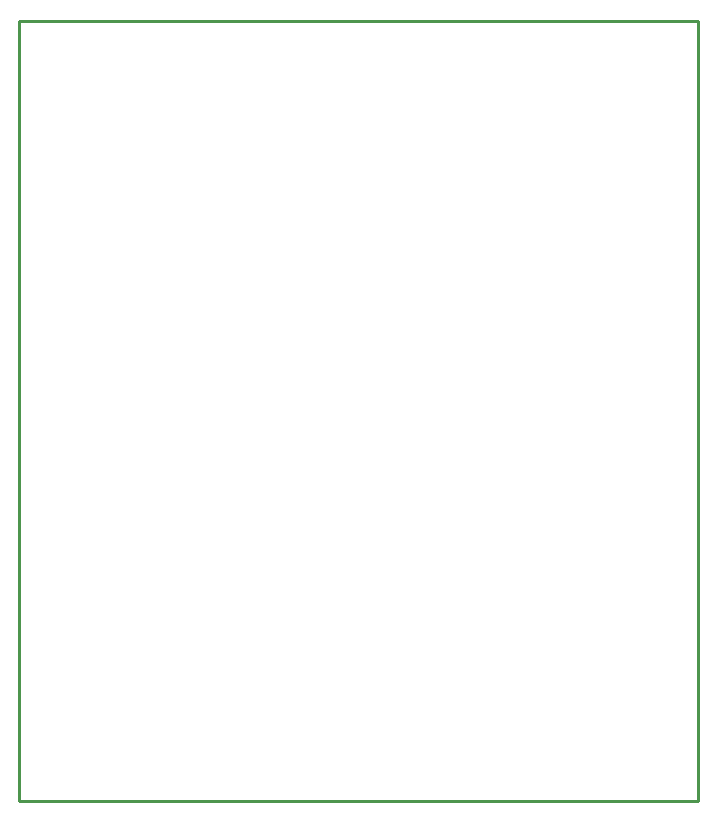
<source format=gbr>
G04 EAGLE Gerber X2 export*
%TF.Part,Single*%
%TF.FileFunction,Profile,NP*%
%TF.FilePolarity,Positive*%
%TF.GenerationSoftware,Autodesk,EAGLE,9.2.2*%
%TF.CreationDate,2019-01-17T14:04:39Z*%
G75*
%MOMM*%
%FSLAX34Y34*%
%LPD*%
%IN*%
%AMOC8*
5,1,8,0,0,1.08239X$1,22.5*%
G01*
%ADD10C,0.254000*%


D10*
X0Y0D02*
X575564Y0D01*
X575564Y660400D01*
X0Y660400D01*
X0Y0D01*
M02*

</source>
